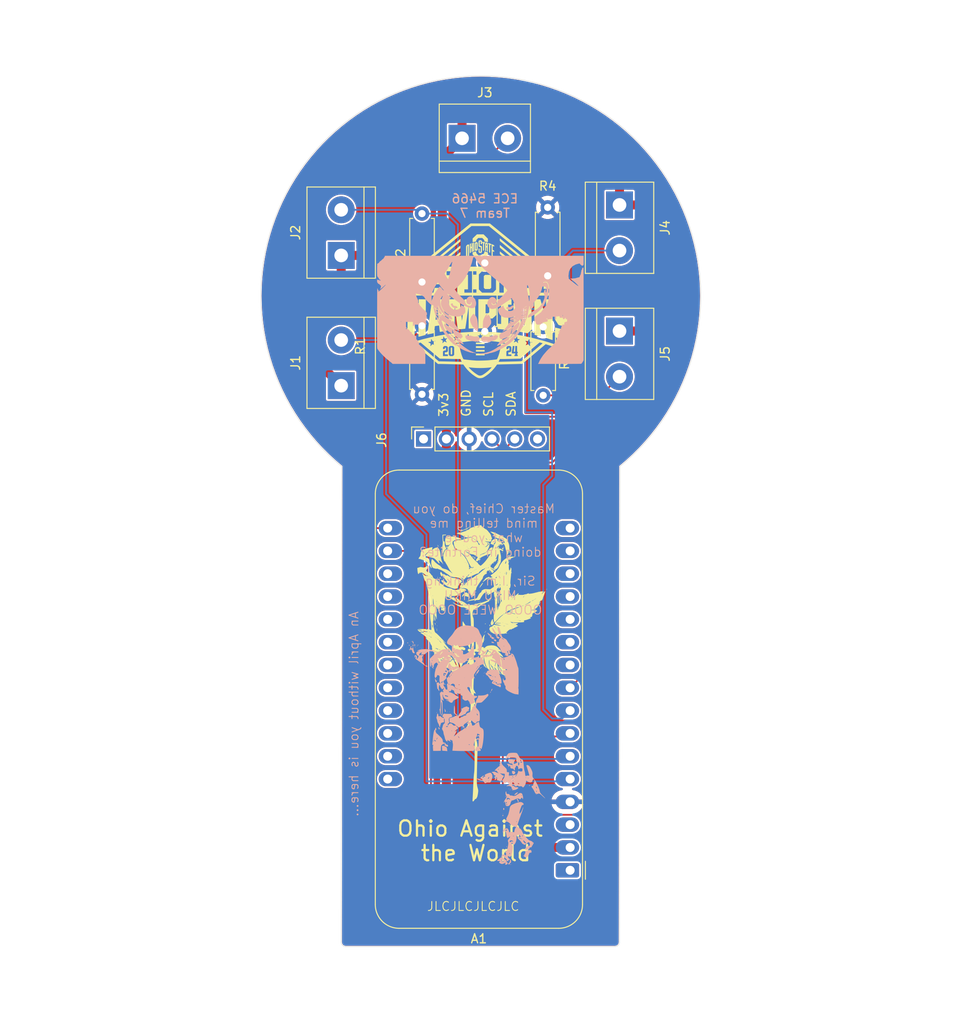
<source format=kicad_pcb>
(kicad_pcb (version 20241229) (generator "pcbnew") (generator_version "9.0")
  (layers (0 "F.Cu" signal) (2 "B.Cu" signal) (13 "F.Paste" user) (15 "B.Paste" user) (5 "F.SilkS" user "F.Silkscreen") (7 "B.SilkS" user "B.Silkscreen") (1 "F.Mask" user) (3 "B.Mask" user) (25 "Edge.Cuts" user))
  (net 0 "")
  (net 1 "Net-(A1-I39{slash}A3)")
  (net 6 "+3V3")
  (net 7 "Net-(A1-DAC2{slash}A0)")
  (net 10 "GND")
  (net 16 "Net-(A1-SDA{slash}IO23)")
  (net 20 "Net-(A1-SCL{slash}IO22)")
  (net 25 "Net-(A1-IO36{slash}A4)")
  (net 26 "Net-(A1-I34{slash}A2)")
  (net 27 "Net-(A1-DAC1{slash}A1)")
  (footprint "TerminalBlock:TerminalBlock_bornier-2_P5.08mm" (layer "F.Cu") (at 130.5 78.44 90)
    (property "Reference" "J1" (at 2.54 -5.08 90) (layer "F.SilkS"))
    (property "Value" "Conn_01x02_Socket")
    (pad "1" thru_hole rect (at 0 0 90) (size 3 3) (drill 1.52) (layers "*.Cu" "*.Mask") (net 6 "+3V3"))
    (pad "2" thru_hole circle (at 5.08 0 90) (size 3 3) (drill 1.52) (layers "*.Cu" "*.Mask") (net 7 "Net-(A1-DAC2{slash}A0)"))
  )
  (footprint "Module:Adafruit_Feather" (layer "F.Cu") (at 156 132.4 180)
    (property "Reference" "A1" (at 10.16 -7.62 0) (layer "F.SilkS"))
    (property "Value" "Adafruit_Feather_HUZZAH32_ESP32")
    (pad "1" thru_hole roundrect (at 0 0 180) (size 2.6 1.6) (drill 1 (offset 0.3 0)) (layers "*.Cu" "*.Mask") (roundrect_rratio 0.15625))
    (pad "2" thru_hole oval (at 0 2.54 180) (size 2.6 1.6) (drill 1 (offset 0.3 0)) (layers "*.Cu" "*.Mask") (net 6 "+3V3"))
    (pad "3" thru_hole oval (at 0 5.08 180) (size 2.6 1.6) (drill 1 (offset 0.3 0)) (layers "*.Cu" "*.Mask"))
    (pad "4" thru_hole oval (at 0 7.62 180) (size 2.6 1.6) (drill 1 (offset 0.3 0)) (layers "*.Cu" "*.Mask") (net 10 "GND"))
    (pad "5" thru_hole oval (at 0 10.16 180) (size 2.6 1.6) (drill 1 (offset 0.3 0)) (layers "*.Cu" "*.Mask") (net 7 "Net-(A1-DAC2{slash}A0)"))
    (pad "6" thru_hole oval (at 0 12.7 180) (size 2.6 1.6) (drill 1 (offset 0.3 0)) (layers "*.Cu" "*.Mask") (net 27 "Net-(A1-DAC1{slash}A1)"))
    (pad "7" thru_hole oval (at 0 15.24 180) (size 2.6 1.6) (drill 1 (offset 0.3 0)) (layers "*.Cu" "*.Mask") (net 26 "Net-(A1-I34{slash}A2)"))
    (pad "8" thru_hole oval (at 0 17.78 180) (size 2.6 1.6) (drill 1 (offset 0.3 0)) (layers "*.Cu" "*.Mask") (net 1 "Net-(A1-I39{slash}A3)"))
    (pad "9" thru_hole oval (at 0 20.32 180) (size 2.6 1.6) (drill 1 (offset 0.3 0)) (layers "*.Cu" "*.Mask") (net 25 "Net-(A1-IO36{slash}A4)"))
    (pad "10" thru_hole oval (at 0 22.86 180) (size 2.6 1.6) (drill 1 (offset 0.3 0)) (layers "*.Cu" "*.Mask"))
    (pad "11" thru_hole oval (at 0 25.4 180) (size 2.6 1.6) (drill 1 (offset 0.3 0)) (layers "*.Cu" "*.Mask"))
    (pad "12" thru_hole oval (at 0 27.94 180) (size 2.6 1.6) (drill 1 (offset 0.3 0)) (layers "*.Cu" "*.Mask"))
    (pad "13" thru_hole oval (at 0 30.48 180) (size 2.6 1.6) (drill 1 (offset 0.3 0)) (layers "*.Cu" "*.Mask"))
    (pad "14" thru_hole oval (at 0 33.02 180) (size 2.6 1.6) (drill 1 (offset 0.3 0)) (layers "*.Cu" "*.Mask"))
    (pad "15" thru_hole oval (at 0 35.56 180) (size 2.6 1.6) (drill 1 (offset 0.3 0)) (layers "*.Cu" "*.Mask"))
    (pad "16" thru_hole oval (at 0 38.1 180) (size 2.6 1.6) (drill 1 (offset 0.3 0)) (layers "*.Cu" "*.Mask"))
    (pad "17" thru_hole oval (at 20.32 38.1) (size 2.6 1.6) (drill 1 (offset 0.3 0)) (layers "*.Cu" "*.Mask") (net 16 "Net-(A1-SDA{slash}IO23)"))
    (pad "18" thru_hole oval (at 20.32 35.56) (size 2.6 1.6) (drill 1 (offset 0.3 0)) (layers "*.Cu" "*.Mask") (net 20 "Net-(A1-SCL{slash}IO22)"))
    (pad "19" thru_hole oval (at 20.32 33.02) (size 2.6 1.6) (drill 1 (offset 0.3 0)) (layers "*.Cu" "*.Mask"))
    (pad "20" thru_hole oval (at 20.32 30.48) (size 2.6 1.6) (drill 1 (offset 0.3 0)) (layers "*.Cu" "*.Mask"))
    (pad "21" thru_hole oval (at 20.32 27.94) (size 2.6 1.6) (drill 1 (offset 0.3 0)) (layers "*.Cu" "*.Mask"))
    (pad "22" thru_hole oval (at 20.32 25.4) (size 2.6 1.6) (drill 1 (offset 0.3 0)) (layers "*.Cu" "*.Mask"))
    (pad "23" thru_hole oval (at 20.32 22.86) (size 2.6 1.6) (drill 1 (offset 0.3 0)) (layers "*.Cu" "*.Mask"))
    (pad "24" thru_hole oval (at 20.32 20.32) (size 2.6 1.6) (drill 1 (offset 0.3 0)) (layers "*.Cu" "*.Mask"))
    (pad "25" thru_hole oval (at 20.32 17.78) (size 2.6 1.6) (drill 1 (offset 0.3 0)) (layers "*.Cu" "*.Mask"))
    (pad "26" thru_hole oval (at 20.32 15.24) (size 2.6 1.6) (drill 1 (offset 0.3 0)) (layers "*.Cu" "*.Mask"))
    (pad "27" thru_hole oval (at 20.32 12.7) (size 2.6 1.6) (drill 1 (offset 0.3 0)) (layers "*.Cu" "*.Mask"))
    (pad "28" thru_hole oval (at 20.32 10.16) (size 2.6 1.6) (drill 1 (offset 0.3 0)) (layers "*.Cu" "*.Mask"))
  )
  (footprint "Resistor_THT:R_Axial_DIN0207_L6.3mm_D2.5mm_P7.62mm_Horizontal" (layer "F.Cu") (at 139.5 79.4 90)
    (property "Reference" "R1" (at 5.35 -6.87 90) (layer "F.SilkS"))
    (property "Value" "10K")
    (pad "1" thru_hole circle (at 0 0 90) (size 1.6 1.6) (drill 0.8) (layers "*.Cu" "*.Mask") (net 10 "GND"))
    (pad "2" thru_hole oval (at 7.62 0 90) (size 1.6 1.6) (drill 0.8) (layers "*.Cu" "*.Mask") (net 7 "Net-(A1-DAC2{slash}A0)"))
  )
  (footprint "Resistor_THT:R_Axial_DIN0207_L6.3mm_D2.5mm_P7.62mm_Horizontal" (layer "F.Cu") (at 153 71.9 -90)
    (property "Reference" "R5" (at 3.81 -2.37 90) (layer "F.SilkS"))
    (property "Value" "10K")
    (pad "1" thru_hole circle (at 0 0 270) (size 1.6 1.6) (drill 0.8) (layers "*.Cu" "*.Mask") (net 10 "GND"))
    (pad "2" thru_hole oval (at 7.62 0 270) (size 1.6 1.6) (drill 0.8) (layers "*.Cu" "*.Mask") (net 25 "Net-(A1-IO36{slash}A4)"))
  )
  (footprint "Resistor_THT:R_Axial_DIN0207_L6.3mm_D2.5mm_P7.62mm_Horizontal" (layer "F.Cu") (at 139.5 66.9 90)
    (property "Reference" "R2" (at 2.77 -2.37 90) (layer "F.SilkS"))
    (property "Value" "10K")
    (pad "1" thru_hole circle (at 0 0 90) (size 1.6 1.6) (drill 0.8) (layers "*.Cu" "*.Mask") (net 10 "GND"))
    (pad "2" thru_hole oval (at 7.62 0 90) (size 1.6 1.6) (drill 0.8) (layers "*.Cu" "*.Mask") (net 27 "Net-(A1-DAC1{slash}A1)"))
  )
  (footprint "TerminalBlock:TerminalBlock_bornier-2_P5.08mm" (layer "F.Cu") (at 161.5 58.32 -90)
    (property "Reference" "J4" (at 2.54 -5.08 90) (layer "F.SilkS"))
    (property "Value" "Conn_01x02_Socket")
    (pad "1" thru_hole rect (at 0 0 270) (size 3 3) (drill 1.52) (layers "*.Cu" "*.Mask") (net 6 "+3V3"))
    (pad "2" thru_hole circle (at 5.08 0 270) (size 3 3) (drill 1.52) (layers "*.Cu" "*.Mask") (net 1 "Net-(A1-I39{slash}A3)"))
  )
  (footprint "Resistor_THT:R_Axial_DIN0207_L6.3mm_D2.5mm_P7.62mm_Horizontal" (layer "F.Cu") (at 146.5 72.4 90)
    (property "Reference" "R3" (hide yes))
    (property "Value" "10K")
    (pad "1" thru_hole circle (at 0 0 90) (size 1.6 1.6) (drill 0.8) (layers "*.Cu" "*.Mask") (net 10 "GND"))
    (pad "2" thru_hole oval (at 7.62 0 90) (size 1.6 1.6) (drill 0.8) (layers "*.Cu" "*.Mask") (net 26 "Net-(A1-I34{slash}A2)"))
  )
  (footprint "TerminalBlock:TerminalBlock_bornier-2_P5.08mm" (layer "F.Cu") (at 130.5 63.94 90)
    (property "Reference" "J2" (at 2.54 -5.08 90) (layer "F.SilkS"))
    (property "Value" "Conn_01x02_Socket" (hide yes))
    (pad "1" thru_hole rect (at 0 0 90) (size 3 3) (drill 1.52) (layers "*.Cu" "*.Mask") (net 6 "+3V3"))
    (pad "2" thru_hole circle (at 5.08 0 90) (size 3 3) (drill 1.52) (layers "*.Cu" "*.Mask") (net 27 "Net-(A1-DAC1{slash}A1)"))
  )
  (footprint "TerminalBlock:TerminalBlock_bornier-2_P5.08mm" (layer "F.Cu") (at 143.96 50.9)
    (property "Reference" "J3" (at 2.54 -5.08 0) (layer "F.SilkS"))
    (property "Value" "Conn_01x02_Socket")
    (pad "1" thru_hole rect (at 0 0) (size 3 3) (drill 1.52) (layers "*.Cu" "*.Mask") (net 6 "+3V3"))
    (pad "2" thru_hole circle (at 5.08 0) (size 3 3) (drill 1.52) (layers "*.Cu" "*.Mask") (net 26 "Net-(A1-I34{slash}A2)"))
  )
  (footprint "Connector_PinSocket_2.54mm:PinSocket_1x06_P2.54mm_Vertical" (layer "F.Cu") (at 139.675 84.375 90)
    (property "Reference" "J6" (at -0.125 -4.675 90) (layer "F.SilkS"))
    (property "Value" "Conn_01x06_Pin")
    (pad "1" thru_hole rect (at 0 0 90) (size 1.7 1.7) (drill 1) (layers "*.Cu" "*.Mask"))
    (pad "2" thru_hole oval (at 0 2.54 90) (size 1.7 1.7) (drill 1) (layers "*.Cu" "*.Mask") (net 6 "+3V3"))
    (pad "3" thru_hole oval (at 0 5.08 90) (size 1.7 1.7) (drill 1) (layers "*.Cu" "*.Mask") (net 10 "GND"))
    (pad "4" thru_hole oval (at 0 7.62 90) (size 1.7 1.7) (drill 1) (layers "*.Cu" "*.Mask") (net 20 "Net-(A1-SCL{slash}IO22)"))
    (pad "5" thru_hole oval (at 0 10.16 90) (size 1.7 1.7) (drill 1) (layers "*.Cu" "*.Mask") (net 16 "Net-(A1-SDA{slash}IO23)"))
    (pad "6" thru_hole oval (at 0 12.7 90) (size 1.7 1.7) (drill 1) (layers "*.Cu" "*.Mask"))
  )
  (footprint "TerminalBlock:TerminalBlock_bornier-2_P5.08mm" (layer "F.Cu") (at 161.5 72.36 -90)
    (property "Reference" "J5" (at 2.54 -5.08 90) (layer "F.SilkS"))
    (property "Value" "Conn_01x02_Socket")
    (pad "1" thru_hole rect (at 0 0 270) (size 3 3) (drill 1.52) (layers "*.Cu" "*.Mask") (net 6 "+3V3"))
    (pad "2" thru_hole circle (at 5.08 0 270) (size 3 3) (drill 1.52) (layers "*.Cu" "*.Mask") (net 25 "Net-(A1-IO36{slash}A4)"))
  )
  (footprint "Kicad Graphics:osu" (layer "F.Cu") (at 146 69)
    (property "Reference" "G***" (hide yes))
    (property "Value" "LOGO" (hide yes))
  )
  (footprint "Resistor_THT:R_Axial_DIN0207_L6.3mm_D2.5mm_P7.62mm_Horizontal" (layer "F.Cu") (at 153.5 58.59 -90)
    (property "Reference" "R4" (at -2.37 0 0) (layer "F.SilkS"))
    (property "Value" "10K")
    (pad "1" thru_hole circle (at 0 0 270) (size 1.6 1.6) (drill 0.8) (layers "*.Cu" "*.Mask") (net 10 "GND"))
    (pad "2" thru_hole oval (at 7.62 0 270) (size 1.6 1.6) (drill 0.8) (layers "*.Cu" "*.Mask") (net 1 "Net-(A1-I39{slash}A3)"))
  )
  (footprint "Kicad Graphics:rps" (layer "F.Cu") (at 145.5 108.5)
    (property "Reference" "G***" (at 0 0 0) (layer "F.SilkS") (effects (font (size 1.5 1.5) (thickness 0.3))))
    (property "Value" "LOGO" (hide yes))
  )
  (footprint "Kicad Graphics:10179" (layer "B.Cu") (at 149.5 124.5 180)
    (property "Reference" "G***" (hide yes))
    (property "Value" "LOGO" (hide yes))
  )
  (footprint "Kicad Graphics:luffy" (layer "B.Cu") (at 146 70 180)
    (property "Reference" "G***" (hide yes))
    (property "Value" "LOGO" (hide yes))
  )
  (footprint "Kicad Graphics:1222" (layer "B.Cu") (at 144 108 180)
    (property "Reference" "G***" (hide yes))
    (property "Value" "LOGO" (hide yes))
  )
  (gr_arc (start 131 140.9) (mid 130.646447 140.753553) (end 130.5 140.4) (stroke (width 0.05)) (layer "Edge.Cuts"))
  (gr_line (start 130.5525 87.430253) (end 130.5 140.4) (stroke (width 0.05)) (layer "Edge.Cuts"))
  (gr_arc (start 130.5525 87.430254) (mid 146.0525 43.944898) (end 161.5525 87.430254) (stroke (width 0.05)) (layer "Edge.Cuts"))
  (gr_arc (start 161.5 140.4) (mid 161.353553 140.753553) (end 161 140.9) (stroke (width 0.05)) (layer "Edge.Cuts"))
  (gr_line (start 131 140.9) (end 161 140.9) (stroke (width 0.05)) (layer "Edge.Cuts"))
  (gr_line (start 161.552498 87.430254) (end 161.5 140.4) (stroke (width 0.05)) (layer "Edge.Cuts"))
  (gr_text "3v3\n" (at 142.5 82 90) (layer "F.SilkS") (effects (font (size 1 1)) (justify left bottom)))
  (gr_text "JLCJLCJLCJLC\n" (at 140 137 0) (layer "F.SilkS") (effects (font (size 1 1) (thickness 0.1)) (justify left bottom)))
  (gr_text "Ohio Against \nthe World" (at 145.5 131.5 0) (layer "F.SilkS") (effects (font (size 1.7 1.7) (thickness 0.25)) (justify bottom)))
  (gr_text "GND\n" (at 145 82 90) (layer "F.SilkS") (effects (font (size 1 1)) (justify left bottom)))
  (gr_text "SCL\n" (at 147.5 82 90) (layer "F.SilkS") (effects (font (size 1 1)) (justify left bottom)))
  (gr_text "SDA\n" (at 150 82 90) (layer "F.SilkS") (effects (font (size 1 1)) (justify left bottom)))
  (gr_text "Master Chief, do you \nmind telling me \nwhat you're \ndoing in Fortnite?\n\nSir, I'm thinking\nMIKU MIKU\nOOOO WEEE OOOO\n" (at 146 104 0) (layer "B.SilkS") (effects (font (size 1 1) (thickness 0.1)) (justify bottom mirror)))
  (gr_text "An April without you is here...\n" (at 132.5 103.5 90) (layer "B.SilkS") (effects (font (size 1 1) (thickness 0.1)) (justify left bottom mirror)))
  (gr_text "ECE 5466\nTeam 7" (at 146.5 59.82 0) (layer "B.SilkS") (effects (font (size 1 1)) (justify bottom mirror)))
  (segment (start 155.905 69.495) (end 155.5 69.9) (width 0.2) (layer "B.Cu") (net 1))
  (segment (start 155.905 63.805) (end 155.405 64.305) (width 0.2) (layer "B.Cu") (net 1))
  (segment (start 151 69.9) (end 151 81.4) (width 0.2) (layer "B.Cu") (net 1))
  (segment (start 155.5 69.9) (end 151 69.9) (width 0.2) (layer "B.Cu") (net 1))
  (segment (start 153 114.5) (end 154 115.5) (width 0.2) (layer "B.Cu") (net 1))
  (segment (start 155.405 64.305) (end 153.5 66.21) (width 0.2) (layer "B.Cu") (net 1))
  (segment (start 161.5 63.4) (end 156.31 63.4) (width 0.2) (layer "B.Cu") (net 1))
  (segment (start 154 81.4) (end 154 88.5) (width 0.2) (layer "B.Cu") (net 1))
  (segment (start 154 88.5) (end 153 89.5) (width 0.2) (layer "B.Cu") (net 1))
  (segment (start 154 115.5) (end 155.12 115.5) (width 0.2) (layer "B.Cu") (net 1))
  (segment (start 155.905 63.805) (end 155.905 69.495) (width 0.2) (layer "B.Cu") (net 1))
  (segment (start 155.12 115.5) (end 156 114.62) (width 0.2) (layer "B.Cu") (net 1))
  (segment (start 153 89.5) (end 153 114.5) (width 0.2) (layer "B.Cu") (net 1))
  (segment (start 151 81.4) (end 154 81.4) (width 0.2) (layer "B.Cu") (net 1))
  (segment (start 156.31 63.4) (end 155.905 63.805) (width 0.2) (layer "B.Cu") (net 1))
  (segment (start 144.46 129.86) (end 142.215 127.615) (width 1) (layer "F.Cu") (net 6))
  (segment (start 164.54 72.36) (end 161.5 72.36) (width 1) (layer "F.Cu") (net 6))
  (segment (start 156 129.86) (end 144.46 129.86) (width 1) (layer "F.Cu") (net 6))
  (segment (start 167.5 69.4) (end 164.54 72.36) (width 1) (layer "F.Cu") (net 6))
  (segment (start 143.96 50.9) (end 143.96 45.44) (width 1) (layer "F.Cu") (net 6))
  (segment (start 139.06 63.94) (end 141.758 61.242) (width 1) (layer "F.Cu") (net 6))
  (segment (start 141 69.5) (end 142.5 71) (width 1) (layer "F.Cu") (net 6))
  (segment (start 143.96 45.44) (end 144 45.4) (width 0.2) (layer "F.Cu") (net 6))
  (segment (start 141.5 76) (end 137 76) (width 1) (layer "F.Cu") (net 6))
  (segment (start 161.5 58.32) (end 165.42 58.32) (width 1) (layer "F.Cu") (net 6))
  (segment (start 130.5 63.94) (end 130.5 70.544999) (width 1) (layer "F.Cu") (net 6))
  (segment (start 130.634001 70.679) (end 131.813001 69.5) (width 1) (layer "F.Cu") (net 6))
  (segment (start 142 82) (end 142.215 82.215) (width 1) (layer "F.Cu") (net 6))
  (segment (start 137 76) (end 137 80.5) (width 1) (layer "F.Cu") (net 6))
  (segment (start 161.5 55.4) (end 161.5 58.32) (width 1) (layer "F.Cu") (net 6))
  (segment (start 151.5 45.4) (end 161.5 55.4) (width 1) (layer "F.Cu") (net 6))
  (segment (start 165.42 58.32) (end 167.5 60.4) (width 1) (layer "F.Cu") (net 6))
  (segment (start 141.758 53.102) (end 143.96 50.9) (width 1) (layer "F.Cu") (net 6))
  (segment (start 138.5 82) (end 142 82) (width 1) (layer "F.Cu") (net 6))
  (segment (start 142.5 75) (end 141.5 76) (width 1) (layer "F.Cu") (net 6))
  (segment (start 127.5 70.679) (end 127.5 75.44) (width 1) (layer "F.Cu") (net 6))
  (segment (start 141.758 61.242) (end 141.758 53.102) (width 1) (layer "F.Cu") (net 6))
  (segment (start 130.5 63.94) (end 139.06 63.94) (width 1) (layer "F.Cu") (net 6))
  (segment (start 142.215 82.215) (end 142.215 84.375) (width 1) (layer "F.Cu") (net 6))
  (segment (start 144 45.4) (end 151.5 45.4) (width 1) (layer "F.Cu") (net 6))
  (segment (start 137 80.5) (end 138.5 82) (width 1) (layer "F.Cu") (net 6))
  (segment (start 130.5 70.544999) (end 130.634001 70.679) (width 0.2) (layer "F.Cu") (net 6))
  (segment (start 142.215 127.615) (end 142.215 84.375) (width 1) (layer "F.Cu") (net 6))
  (segment (start 142.5 71) (end 142.5 75) (width 1) (layer "F.Cu") (net 6))
  (segment (start 167.5 60.4) (end 167.5 69.4) (width 1) (layer "F.Cu") (net 6))
  (segment (start 130.634001 70.679) (end 127.5 70.679) (width 1) (layer "F.Cu") (net 6))
  (segment (start 127.5 75.44) (end 130.5 78.44) (width 1) (layer "F.Cu") (net 6))
  (segment (start 131.813001 69.5) (end 141 69.5) (width 1) (layer "F.Cu") (net 6))
  (segment (start 135.5 90.5) (end 140 95) (width 0.2) (layer "B.Cu") (net 7))
  (segment (start 140 95) (end 140 122.5) (width 0.2) (layer "B.Cu") (net 7))
  (segment (start 137.92 73.36) (end 139.5 71.78) (width 0.2) (layer "B.Cu") (net 7))
  (segment (start 140 122.5) (end 155.74 122.5) (width 0.2) (layer "B.Cu") (net 7))
  (segment (start 130.5 73.36) (end 135.5 73.36) (width 0.2) (layer "B.Cu") (net 7))
  (segment (start 135.5 73.36) (end 137.92 73.36) (width 0.2) (layer "B.Cu") (net 7))
  (segment (start 155.74 122.5) (end 156 122.24) (width 0.2) (layer "B.Cu") (net 7))
  (segment (start 135.5 73.36) (end 135.5 90.5) (width 0.2) (layer "B.Cu") (net 7))
  (segment (start 151.319 126.219) (end 149.835 124.735) (width 0.2) (layer "F.Cu") (net 16))
  (segment (start 149.835 84.375) (end 149 85.21) (width 0.2) (layer "F.Cu") (net 16))
  (segment (start 149 85.21) (end 149 122.065) (width 0.2) (layer "F.Cu") (net 16))
  (segment (start 136.08 93.9) (end 135.68 94.3) (width 0.2) (layer "F.Cu") (net 16))
  (segment (start 158 136.9) (end 158.937048 135.962952) (width 0.2) (layer "F.Cu") (net 16))
  (segment (start 157.968524 127.531476) (end 156.656049 126.219) (width 0.2) (layer "F.Cu") (net 16))
  (segment (start 158.937048 135.962952) (end 158.937048 128.5) (width 0.2) (layer "F.Cu") (net 16))
  (segment (start 133.7 94.3) (end 133.5 94.5) (width 0.2) (layer "F.Cu") (net 16))
  (segment (start 158 127.562951) (end 157.968524 127.531476) (width 0.2) (layer "F.Cu") (net 16))
  (segment (start 149 122.065) (end 149.835 122.9) (width 0.2) (layer "F.Cu") (net 16))
  (segment (start 156.656049 126.219) (end 151.319 126.219) (width 0.2) (layer "F.Cu") (net 16))
  (segment (start 133.5 94.5) (end 133.5 129.4) (width 0.2) (layer "F.Cu") (net 16))
  (segment (start 158.937048 128.5) (end 157.968524 127.531476) (width 0.2) (layer "F.Cu") (net 16))
  (segment (start 149.835 124.735) (end 149.835 122.9) (width 0.2) (layer "F.Cu") (net 16))
  (segment (start 135.68 94.3) (end 133.7 94.3) (width 0.2) (layer "F.Cu") (net 16))
  (segment (start 149.835 122.9) (end 149.835 123.3021) (width 0.2) (layer "F.Cu") (net 16))
  (segment (start 133.5 129.4) (end 141 136.9) (width 0.2) (layer "F.Cu") (net 16))
  (segment (start 141 136.9) (end 158 136.9) (width 0.2) (layer "F.Cu") (net 16))
  (segment (start 147.295 84.375) (end 148.5 85.58) (width 0.2) (layer "F.Cu") (net 20))
  (segment (start 148.5 126.9) (end 150.1 128.5) (width 0.2) (layer "F.Cu") (net 20))
  (segment (start 144 130.9) (end 140.5 127.4) (width 0.2) (layer "F.Cu") (net 20))
  (segment (start 150.1 128.5) (end 158 128.5) (width 0.2) (layer "F.Cu") (net 20))
  (segment (start 144.1 135) (end 144 134.9) (width 0.2) (layer "F.Cu") (net 20))
  (segment (start 148.5 85.58) (end 148.5 126.9) (width 0.2) (layer "F.Cu") (net 20))
  (segment (start 140.5 98.4) (end 138.94 96.84) (width 0.2) (layer "F.Cu") (net 20))
  (segment (start 138.94 96.84) (end 135.68 96.84) (width 0.2) (layer "F.Cu") (net 20))
  (segment (start 144 134.9) (end 144 130.9) (width 0.2) (layer "F.Cu") (net 20))
  (segment (start 158 128.5) (end 158 135) (width 0.2) (layer "F.Cu") (net 20))
  (segment (start 140.5 127.4) (end 140.5 98.4) (width 0.2) (layer "F.Cu") (net 20))
  (segment (start 158 135) (end 144.1 135) (width 0.2) (layer "F.Cu") (net 20))
  (segment (start 159.42 79.52) (end 156.5 79.52) (width 0.2) (layer "F.Cu") (net 25))
  (segment (start 159 109.08) (end 156 112.08) (width 0.2) (layer "F.Cu") (net 25))
  (segment (start 156.122149 112.08) (end 156 112.08) (width 0.2) (layer "F.Cu") (net 25))
  (segment (start 156.5 82.95281) (end 159 85.45281) (width 0.2) (layer "F.Cu") (net 25))
  (segment (start 155.82 111.9) (end 156 112.08) (width 0.2) (layer "F.Cu") (net 25))
  (segment (start 161.5 77.44) (end 159.42 79.52) (width 0.2) (layer "F.Cu") (net 25))
  (segment (start 159 85.45281) (end 159 109.08) (width 0.2) (layer "F.Cu") (net 25))
  (segment (start 156.5 79.52) (end 156.5 82.95281) (width 0.2) (layer "F.Cu") (net 25))
  (segment (start 156.5 79.52) (end 153 79.52) (width 0.2) (layer "F.Cu") (net 25))
  (segment (start 146.5 53.44) (end 146.5 64.78) (width 0.2) (layer "F.Cu") (net 26))
  (segment (start 155 82.5) (end 155 86) (width 0.2) (layer "F.Cu") (net 26))
  (segment (start 146.5 64.78) (end 148.248 64.78) (width 0.2) (layer "F.Cu") (net 26))
  (segment (start 154.76 117.16) (end 156 117.16) (width 0.2) (layer "F.Cu") (net 26))
  (segment (start 155.66 117.5) (end 156 117.16) (width 0.2) (layer "F.Cu") (net 26))
  (segment (start 151.5 87) (end 151.5 116) (width 0.2) (layer "F.Cu") (net 26))
  (segment (start 150.698 81.9) (end 154.4 81.9) (width 0.2) (layer "F.Cu") (net 26))
  (segment (start 150.599 67.131) (end 150.599 81.801) (width 0.2) (layer "F.Cu") (net 26))
  (segment (start 153 117.5) (end 155.66 117.5) (width 0.2) (layer "F.Cu") (net 26))
  (segment (start 150.599 81.801) (end 150.698 81.9) (width 0.2) (layer "F.Cu") (net 26))
  (segment (start 151.5 116) (end 153 117.5) (width 0.2) (layer "F.Cu") (net 26))
  (segment (start 154 87) (end 151.5 87) (width 0.2) (layer "F.Cu") (net 26))
  (segment (start 154.4 81.9) (end 155 82.5) (width 0.2) (layer "F.Cu") (net 26))
  (segment (start 148.248 64.78) (end 150.599 67.131) (width 0.2) (layer "F.Cu") (net 26))
  (segment (start 155 86) (end 154 87) (width 0.2) (layer "F.Cu") (net 26))
  (segment (start 149.04 50.9) (end 146.5 53.44) (width 0.2) (layer "F.Cu") (net 26))
  (segment (start 139.08 58.86) (end 139.5 59.28) (width 0.2) (layer "B.Cu") (net 27))
  (segment (start 142.28 59.28) (end 143.5 60.5) (width 0.2) (layer "B.Cu") (net 27))
  (segment (start 143.5 60.5) (end 143.5 118) (width 0.2) (layer "B.Cu") (net 27))
  (segment (start 143.5 118) (end 145.5 120) (width 0.2) (layer "B.Cu") (net 27))
  (segment (start 145.5 120) (end 155.7 120) (width 0.2) (layer "B.Cu") (net 27))
  (segment (start 130.5 58.86) (end 139.08 58.86) (width 0.2) (layer "B.Cu") (net 27))
  (segment (start 155.7 120) (end 156 119.7) (width 0.2) (layer "B.Cu") (net 27))
  (segment (start 139.5 59.28) (end 142.28 59.28) (width 0.2) (layer "B.Cu") (net 27))
  (zone (net 10) (net_name "GND") (layers "F.Cu" "B.Cu") (connect_pads (clearance 0.2)) (min_thickness 0.25) (fill yes (thermal_gap 0.5) (thermal_bridge_width 0.5))
    (polygon (pts (xy 92.5 35.5) (xy 199 35.5) (xy 192 149.5) (xy 97 144.5)))
  )
)
</source>
